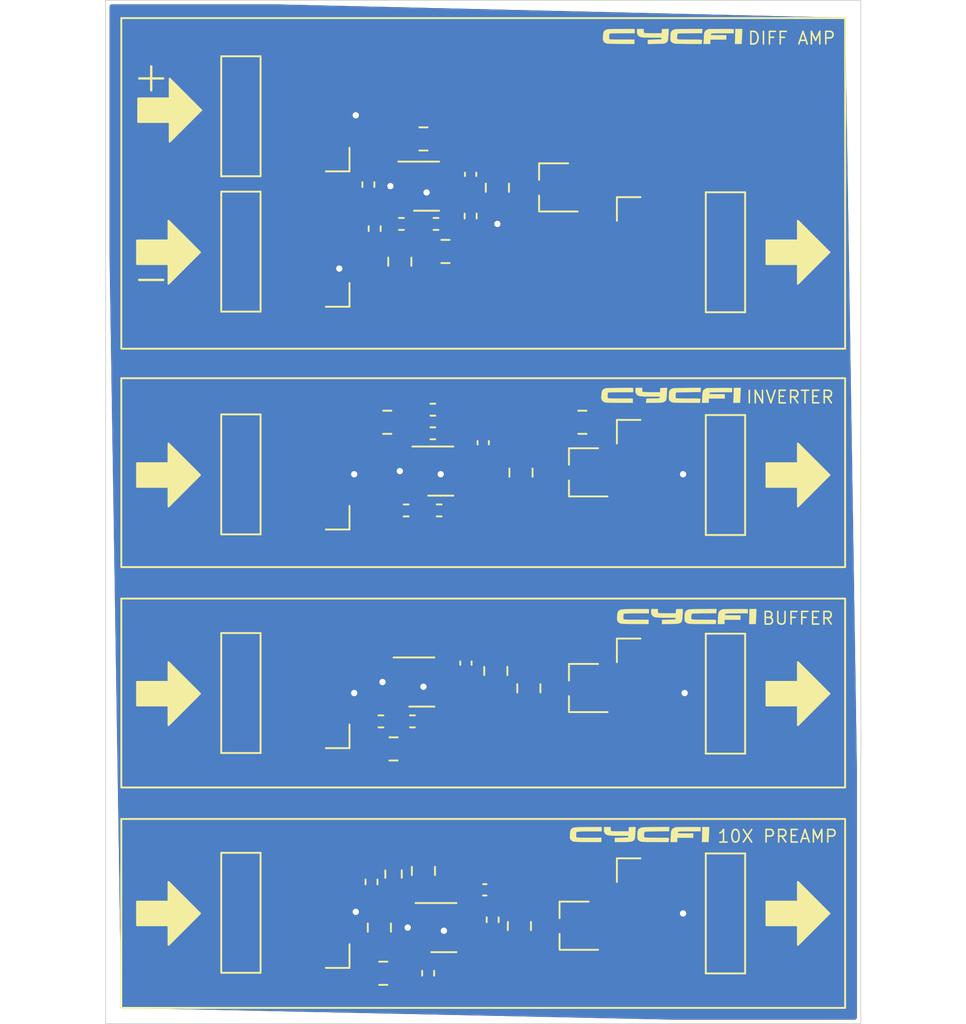
<source format=kicad_pcb>
(kicad_pcb (version 20211014) (generator pcbnew)
  (layers (0 "F.Cu" signal) (31 "B.Cu" signal) (34 "B.Paste" user) (35 "F.Paste" user) (36 "B.SilkS" user "B.Silkscreen") (37 "F.SilkS" user "F.Silkscreen") (38 "B.Mask" user) (39 "F.Mask" user) (44 "Edge.Cuts" user))
  (net 0 "")
  (net 1 "GND")
  (net 2 "Net-(C2-Pad1)")
  (net 3 "vcc2")
  (net 4 "Net-(C2-Pad2)")
  (net 5 "vcc1")
  (net 6 "Net-(C9-Pad1)")
  (net 7 "Net-(C9-Pad2)")
  (net 8 "Net-(C10-Pad2)")
  (net 9 "Net-(C11-Pad1)")
  (net 10 "Net-(C11-Pad2)")
  (net 11 "vcc4")
  (net 12 "Net-(C14-Pad1)")
  (net 13 "Net-(C14-Pad2)")
  (net 14 "Net-(C17-Pad1)")
  (net 15 "Net-(C17-Pad2)")
  (net 16 "Net-(C18-Pad1)")
  (net 17 "Net-(C18-Pad2)")
  (net 18 "v1+")
  (net 19 "v2+")
  (net 20 "v4+")
  (net 21 "v3+")
  (net 22 "Net-(R1-Pad1)")
  (net 23 "Net-(R2-Pad2)")
  (net 24 "vcc3")
  (net 25 "Net-(C3-Pad1)")
  (net 26 "Net-(C3-Pad2)")
  (net 27 "Net-(C4-Pad1)")
  (net 28 "Net-(C4-Pad2)")
  (net 29 "Net-(C10-Pad1)")
  (net 30 "Net-(R13-Pad2)")
  (net 31 "Net-(R14-Pad2)")
  (net 32 "Net-(C8-Pad1)")
  (net 33 "Net-(R8-Pad1)")
  (footprint "cycfi_library:pin_header_1x3p_2.54mm_smd_horizontal" (layer "F.Cu") (at 129.495 106.46)
    (fp_text reference "J6" hide)
    (fp_text value "conn_1x3")
    (pad "1" smd rect (at 0 0) (size 3.2 1.02) (layers "F.Cu" "F.Paste" "F.Mask") (net 7 "Net-(C9-Pad2)"))
    (pad "2" smd rect (at 0 2.54) (size 3.2 1.02) (layers "F.Cu" "F.Paste" "F.Mask") (net 1 "GND"))
    (pad "3" smd rect (at 0 5.08) (size 3.2 1.02) (layers "F.Cu" "F.Paste" "F.Mask") (net 19 "v2+"))
  )
  (footprint "Capacitor_SMD:C_0805_2012Metric" (layer "F.Cu") (at 112.65 112.8)
    (fp_text reference "C2" hide)
    (fp_text value "10uF")
    (pad "1" smd roundrect (at -0.95 0) (size 1 1.45) (layers "F.Cu" "F.Paste" "F.Mask") (net 2 "Net-(C2-Pad1)"))
    (pad "2" smd roundrect (at 0.95 0) (size 1 1.45) (layers "F.Cu" "F.Paste" "F.Mask") (net 4 "Net-(C2-Pad2)"))
  )
  (footprint "cycfi_library:pin_header_1x3p_2.54mm_smd_horizontal" (layer "F.Cu") (at 108.5 97.54 180)
    (fp_text reference "J8" hide)
    (fp_text value "conn_1x3")
    (pad "1" smd rect (at 0 0 180) (size 3.2 1.02) (layers "F.Cu" "F.Paste" "F.Mask") (net 12 "Net-(C14-Pad1)"))
    (pad "2" smd rect (at 0 2.54 180) (size 3.2 1.02) (layers "F.Cu" "F.Paste" "F.Mask") (net 1 "GND"))
    (pad "3" smd rect (at 0 5.08 180) (size 3.2 1.02) (layers "F.Cu" "F.Paste" "F.Mask") (net 21 "v3+"))
  )
  (footprint "Capacitor_SMD:C_0805_2012Metric" (layer "F.Cu") (at 113.7 67.6 90)
    (fp_text reference "C3" hide)
    (fp_text value "10uF")
    (pad "1" smd roundrect (at -0.95 0 90) (size 1 1.45) (layers "F.Cu" "F.Paste" "F.Mask") (net 25 "Net-(C3-Pad1)"))
    (pad "2" smd roundrect (at 0.95 0 90) (size 1 1.45) (layers "F.Cu" "F.Paste" "F.Mask") (net 26 "Net-(C3-Pad2)"))
  )
  (footprint "cycfi_library:cycfi-logo-9mm" (layer "F.Cu") (at 128.9 104)
    (fp_text reference "G***" hide)
    (fp_text value "LOGO" hide)
  )
  (footprint "Capacitor_SMD:C_0805_2012Metric" (layer "F.Cu") (at 121.3 109.8 -90)
    (fp_text reference "C1" hide)
    (fp_text value "10uF")
    (pad "1" smd roundrect (at -0.95 0 270) (size 1 1.45) (layers "F.Cu" "F.Paste" "F.Mask") (net 3 "vcc2"))
    (pad "2" smd roundrect (at 0.95 0 270) (size 1 1.45) (layers "F.Cu" "F.Paste" "F.Mask") (net 1 "GND"))
  )
  (footprint "Resistor_SMD:R_0402_1005Metric" (layer "F.Cu") (at 111.9 107 90)
    (fp_text reference "R9" hide)
    (fp_text value "10k 1%")
    (pad "1" smd roundrect (at -0.51 0 90) (size 0.54 0.64) (layers "F.Cu" "F.Paste" "F.Mask") (net 32 "Net-(C8-Pad1)"))
    (pad "2" smd roundrect (at 0.51 0 90) (size 0.54 0.64) (layers "F.Cu" "F.Paste" "F.Mask") (net 33 "Net-(R8-Pad1)"))
  )
  (footprint "Package_TO_SOT_SMD:TSOT-23" (layer "F.Cu") (at 125.4 81 180)
    (fp_text reference "Q4" hide)
    (fp_text value "LBSS84LT1G")
    (pad "1" smd rect (at -1.31 -0.95 180) (size 1.22 0.65) (layers "F.Cu" "F.Paste" "F.Mask") (net 1 "GND"))
    (pad "2" smd rect (at -1.31 0.95 180) (size 1.22 0.65) (layers "F.Cu" "F.Paste" "F.Mask") (net 11 "vcc4"))
    (pad "3" smd rect (at 1.31 0 180) (size 1.22 0.65) (layers "F.Cu" "F.Paste" "F.Mask") (net 20 "v4+"))
  )
  (footprint "Package_TO_SOT_SMD:TSOT-23" (layer "F.Cu") (at 125.4 94.7 180)
    (fp_text reference "Q3" hide)
    (fp_text value "LBSS84LT1G")
    (pad "1" smd rect (at -1.31 -0.95 180) (size 1.22 0.65) (layers "F.Cu" "F.Paste" "F.Mask") (net 1 "GND"))
    (pad "2" smd rect (at -1.31 0.95 180) (size 1.22 0.65) (layers "F.Cu" "F.Paste" "F.Mask") (net 24 "vcc3"))
    (pad "3" smd rect (at 1.31 0 180) (size 1.22 0.65) (layers "F.Cu" "F.Paste" "F.Mask") (net 21 "v3+"))
  )
  (footprint "Resistor_SMD:R_0402_1005Metric" (layer "F.Cu") (at 113.8 65.2)
    (fp_text reference "R1" hide)
    (fp_text value "10k")
    (pad "1" smd roundrect (at -0.51 0) (size 0.54 0.64) (layers "F.Cu" "F.Paste" "F.Mask") (net 22 "Net-(R1-Pad1)"))
    (pad "2" smd roundrect (at 0.51 0) (size 0.54 0.64) (layers "F.Cu" "F.Paste" "F.Mask") (net 26 "Net-(C3-Pad2)"))
  )
  (footprint "Capacitor_SMD:C_0805_2012Metric" (layer "F.Cu") (at 115.2 59.8)
    (fp_text reference "C10" hide)
    (fp_text value "10uF")
    (pad "1" smd roundrect (at -0.95 0) (size 1 1.45) (layers "F.Cu" "F.Paste" "F.Mask") (net 29 "Net-(C10-Pad1)"))
    (pad "2" smd roundrect (at 0.95 0) (size 1 1.45) (layers "F.Cu" "F.Paste" "F.Mask") (net 8 "Net-(C10-Pad2)"))
  )
  (footprint "cycfi_library:cycfi-logo-9mm" (layer "F.Cu") (at 131.9 90.15)
    (fp_text reference "G***" hide)
    (fp_text value "LOGO" hide)
  )
  (footprint "Capacitor_SMD:C_0805_2012Metric" (layer "F.Cu") (at 125.3 77.8)
    (fp_text reference "C17" hide)
    (fp_text value "10uF")
    (pad "1" smd roundrect (at -0.95 0) (size 1 1.45) (layers "F.Cu" "F.Paste" "F.Mask") (net 14 "Net-(C17-Pad1)"))
    (pad "2" smd roundrect (at 0.95 0) (size 1 1.45) (layers "F.Cu" "F.Paste" "F.Mask") (net 15 "Net-(C17-Pad2)"))
  )
  (footprint "Capacitor_SMD:C_0402_1005Metric" (layer "F.Cu") (at 119.1 107.5)
    (fp_text reference "C6" hide)
    (fp_text value "100nF")
    (pad "1" smd roundrect (at -0.48 0) (size 0.56 0.62) (layers "F.Cu" "F.Paste" "F.Mask") (net 3 "vcc2"))
    (pad "2" smd roundrect (at 0.48 0) (size 0.56 0.62) (layers "F.Cu" "F.Paste" "F.Mask") (net 1 "GND"))
  )
  (footprint "Capacitor_SMD:C_0805_2012Metric" (layer "F.Cu") (at 112.9 77.8)
    (fp_text reference "C11" hide)
    (fp_text value "10uF")
    (pad "1" smd roundrect (at -0.95 0) (size 1 1.45) (layers "F.Cu" "F.Paste" "F.Mask") (net 9 "Net-(C11-Pad1)"))
    (pad "2" smd roundrect (at 0.95 0) (size 1 1.45) (layers "F.Cu" "F.Paste" "F.Mask") (net 10 "Net-(C11-Pad2)"))
  )
  (footprint "Resistor_SMD:R_0402_1005Metric" (layer "F.Cu") (at 119.6 109.4 -90)
    (fp_text reference "R4" hide)
    (fp_text value "10k")
    (pad "1" smd roundrect (at -0.51 0 270) (size 0.54 0.64) (layers "F.Cu" "F.Paste" "F.Mask") (net 3 "vcc2"))
    (pad "2" smd roundrect (at 0.51 0 270) (size 0.54 0.64) (layers "F.Cu" "F.Paste" "F.Mask") (net 4 "Net-(C2-Pad2)"))
  )
  (footprint "Capacitor_SMD:C_0805_2012Metric" (layer "F.Cu") (at 121.9 94.7 -90)
    (fp_text reference "C12" hide)
    (fp_text value "10uF")
    (pad "1" smd roundrect (at -0.95 0 270) (size 1 1.45) (layers "F.Cu" "F.Paste" "F.Mask") (net 24 "vcc3"))
    (pad "2" smd roundrect (at 0.95 0 270) (size 1 1.45) (layers "F.Cu" "F.Paste" "F.Mask") (net 1 "GND"))
  )
  (footprint "Capacitor_SMD:C_0805_2012Metric" (layer "F.Cu") (at 112.4 109.9 -90)
    (fp_text reference "C8" hide)
    (fp_text value "10uF")
    (pad "1" smd roundrect (at -0.95 0 270) (size 1 1.45) (layers "F.Cu" "F.Paste" "F.Mask") (net 32 "Net-(C8-Pad1)"))
    (pad "2" smd roundrect (at 0.95 0 270) (size 1 1.45) (layers "F.Cu" "F.Paste" "F.Mask") (net 1 "GND"))
  )
  (footprint "cycfi_library:pin_header_1x3p_2.54mm_smd_horizontal" (layer "F.Cu") (at 108.5 69.5 180)
    (fp_text reference "J2" hide)
    (fp_text value "conn_1x3")
    (pad "1" smd rect (at 0 0 180) (size 3.2 1.02) (layers "F.Cu" "F.Paste" "F.Mask") (net 27 "Net-(C4-Pad1)"))
    (pad "2" smd rect (at 0 2.54 180) (size 3.2 1.02) (layers "F.Cu" "F.Paste" "F.Mask") (net 1 "GND"))
    (pad "3" smd rect (at 0 5.08 180) (size 3.2 1.02) (layers "F.Cu" "F.Paste" "F.Mask") (net 18 "v1+"))
  )
  (footprint "cycfi_library:pin_header_1x3p_2.54mm_smd_horizontal" (layer "F.Cu") (at 108.5 111.5 180)
    (fp_text reference "J3" hide)
    (fp_text value "conn_1x3")
    (pad "1" smd rect (at 0 0 180) (size 3.2 1.02) (layers "F.Cu" "F.Paste" "F.Mask") (net 2 "Net-(C2-Pad1)"))
    (pad "2" smd rect (at 0 2.54 180) (size 3.2 1.02) (layers "F.Cu" "F.Paste" "F.Mask") (net 1 "GND"))
    (pad "3" smd rect (at 0 5.08 180) (size 3.2 1.02) (layers "F.Cu" "F.Paste" "F.Mask") (net 19 "v2+"))
  )
  (footprint "Package_TO_SOT_SMD:SOT-23-5" (layer "F.Cu") (at 115.1 94.3)
    (fp_text reference "U4" hide)
    (fp_text value "OPA202")
    (pad "1" smd roundrect (at -1.1375 -0.95) (size 1.325 0.6) (layers "F.Cu" "F.Paste" "F.Mask") (net 16 "Net-(C18-Pad1)"))
    (pad "2" smd roundrect (at -1.1375 0) (size 1.325 0.6) (layers "F.Cu" "F.Paste" "F.Mask") (net 1 "GND"))
    (pad "3" smd roundrect (at -1.1375 0.95) (size 1.325 0.6) (layers "F.Cu" "F.Paste" "F.Mask") (net 13 "Net-(C14-Pad2)"))
    (pad "4" smd roundrect (at 1.1375 0.95) (size 1.325 0.6) (layers "F.Cu" "F.Paste" "F.Mask") (net 16 "Net-(C18-Pad1)"))
    (pad "5" smd roundrect (at 1.1375 -0.95) (size 1.325 0.6) (layers "F.Cu" "F.Paste" "F.Mask") (net 24 "vcc3"))
  )
  (footprint "Resistor_SMD:R_0402_1005Metric" (layer "F.Cu") (at 112.1 65.5 -90)
    (fp_text reference "R5" hide)
    (fp_text value "20k")
    (pad "1" smd roundrect (at -0.51 0 270) (size 0.54 0.64) (layers "F.Cu" "F.Paste" "F.Mask") (net 22 "Net-(R1-Pad1)"))
    (pad "2" smd roundrect (at 0.51 0 270) (size 0.54 0.64) (layers "F.Cu" "F.Paste" "F.Mask") (net 1 "GND"))
  )
  (footprint "Package_TO_SOT_SMD:TSOT-23" (layer "F.Cu") (at 123.5 62.9 180)
    (fp_text reference "Q2" hide)
    (fp_text value "LBSS84LT1G")
    (pad "1" smd rect (at -1.31 -0.95 180) (size 1.22 0.65) (layers "F.Cu" "F.Paste" "F.Mask") (net 1 "GND"))
    (pad "2" smd rect (at -1.31 0.95 180) (size 1.22 0.65) (layers "F.Cu" "F.Paste" "F.Mask") (net 5 "vcc1"))
    (pad "3" smd rect (at 1.31 0 180) (size 1.22 0.65) (layers "F.Cu" "F.Paste" "F.Mask") (net 18 "v1+"))
  )
  (footprint "Resistor_SMD:R_0402_1005Metric" (layer "F.Cu") (at 116.2 83.4 180)
    (fp_text reference "R14" hide)
    (fp_text value "10k")
    (pad "1" smd roundrect (at -0.51 0 180) (size 0.54 0.64) (layers "F.Cu" "F.Paste" "F.Mask") (net 11 "vcc4"))
    (pad "2" smd roundrect (at 0.51 0 180) (size 0.54 0.64) (layers "F.Cu" "F.Paste" "F.Mask") (net 31 "Net-(R14-Pad2)"))
  )
  (footprint "Resistor_SMD:R_0402_1005Metric" (layer "F.Cu") (at 114.1 83.4 180)
    (fp_text reference "R16" hide)
    (fp_text value "10k")
    (pad "1" smd roundrect (at -0.51 0 180) (size 0.54 0.64) (layers "F.Cu" "F.Paste" "F.Mask") (net 31 "Net-(R14-Pad2)"))
    (pad "2" smd roundrect (at 0.51 0 180) (size 0.54 0.64) (layers "F.Cu" "F.Paste" "F.Mask") (net 1 "GND"))
  )
  (footprint "Capacitor_SMD:C_0805_2012Metric" (layer "F.Cu") (at 116.6 66.95 180)
    (fp_text reference "C4" hide)
    (fp_text value "10uF")
    (pad "1" smd roundrect (at -0.95 0 180) (size 1 1.45) (layers "F.Cu" "F.Paste" "F.Mask") (net 27 "Net-(C4-Pad1)"))
    (pad "2" smd roundrect (at 0.95 0 180) (size 1 1.45) (layers "F.Cu" "F.Paste" "F.Mask") (net 28 "Net-(C4-Pad2)"))
  )
  (footprint "Resistor_SMD:R_0603_1608Metric" (layer "F.Cu") (at 113.3 106.5 -90)
    (fp_text reference "R8" hide)
    (fp_text value "91k 0.1%")
    (pad "1" smd roundrect (at -0.825 0 270) (size 0.8 0.95) (layers "F.Cu" "F.Paste" "F.Mask") (net 33 "Net-(R8-Pad1)"))
    (pad "2" smd roundrect (at 0.825 0 270) (size 0.8 0.95) (layers "F.Cu" "F.Paste" "F.Mask") (net 6 "Net-(C9-Pad1)"))
  )
  (footprint "Resistor_SMD:R_0402_1005Metric" (layer "F.Cu") (at 115.8 77)
    (fp_text reference "R13" hide)
    (fp_text value "10k")
    (pad "1" smd roundrect (at -0.51 0) (size 0.54 0.64) (layers "F.Cu" "F.Paste" "F.Mask") (net 10 "Net-(C11-Pad2)"))
    (pad "2" smd roundrect (at 0.51 0) (size 0.54 0.64) (layers "F.Cu" "F.Paste" "F.Mask") (net 30 "Net-(R13-Pad2)"))
  )
  (footprint "cycfi_library:pin_header_1x3p_2.54mm_smd_horizontal" (layer "F.Cu") (at 129.495 78.61)
    (fp_text reference "J9" hide)
    (fp_text value "conn_1x3")
    (pad "1" smd rect (at 0 0) (size 3.2 1.02) (layers "F.Cu" "F.Paste" "F.Mask") (net 15 "Net-(C17-Pad2)"))
    (pad "2" smd rect (at 0 2.54) (size 3.2 1.02) (layers "F.Cu" "F.Paste" "F.Mask") (net 1 "GND"))
    (pad "3" smd rect (at 0 5.08) (size 3.2 1.02) (layers "F.Cu" "F.Paste" "F.Mask") (net 20 "v4+"))
  )
  (footprint "Resistor_SMD:R_0402_1005Metric" (layer "F.Cu") (at 114.5 96.8)
    (fp_text reference "R17" hide)
    (fp_text value "10k")
    (pad "1" smd roundrect (at -0.51 0) (size 0.54 0.64) (layers "F.Cu" "F.Paste" "F.Mask") (net 13 "Net-(C14-Pad2)"))
    (pad "2" smd roundrect (at 0.51 0) (size 0.54 0.64) (layers "F.Cu" "F.Paste" "F.Mask") (net 1 "GND"))
  )
  (footprint "Resistor_SMD:R_0402_1005Metric" (layer "F.Cu") (at 115.8 78.5 180)
    (fp_text reference "R18" hide)
    (fp_text value "10k")
    (pad "1" smd roundrect (at -0.51 0 180) (size 0.54 0.64) (layers "F.Cu" "F.Paste" "F.Mask") (net 30 "Net-(R13-Pad2)"))
    (pad "2" smd roundrect (at 0.51 0 180) (size 0.54 0.64) (layers "F.Cu" "F.Paste" "F.Mask") (net 14 "Net-(C17-Pad1)"))
  )
  (footprint "Package_TO_SOT_SMD:SOT-23-5" (layer "F.Cu") (at 116.5 109.9)
    (fp_text reference "U2" hide)
    (fp_text value "OPA202")
    (pad "1" smd roundrect (at -1.1375 -0.95) (size 1.325 0.6) (layers "F.Cu" "F.Paste" "F.Mask") (net 6 "Net-(C9-Pad1)"))
    (pad "2" smd roundrect (at -1.1375 0) (size 1.325 0.6) (layers "F.Cu" "F.Paste" "F.Mask") (net 1 "GND"))
    (pad "3" smd roundrect (at -1.1375 0.95) (size 1.325 0.6) (layers "F.Cu" "F.Paste" "F.Mask") (net 4 "Net-(C2-Pad2)"))
    (pad "4" smd roundrect (at 1.1375 0.95) (size 1.325 0.6) (layers "F.Cu" "F.Paste" "F.Mask") (net 33 "Net-(R8-Pad1)"))
    (pad "5" smd roundrect (at 1.1375 -0.95) (size 1.325 0.6) (layers "F.Cu" "F.Paste" "F.Mask") (net 3 "vcc2"))
  )
  (footprint "cycfi_library:cycfi-logo-9mm" (layer "F.Cu") (at 130.9 76.1)
    (fp_text reference "G***" hide)
    (fp_text value "LOGO" hide)
  )
  (footprint "cycfi_library:pin_header_1x3p_2.54mm_smd_horizontal" (layer "F.Cu") (at 129.495 92.5)
    (fp_text reference "J10" hide)
    (fp_text value "conn_1x3")
    (pad "1" smd rect (at 0 0) (size 3.2 1.02) (layers "F.Cu" "F.Paste" "F.Mask") (net 17 "Net-(C18-Pad2)"))
    (pad "2" smd rect (at 0 2.54) (size 3.2 1.02) (layers "F.Cu" "F.Paste" "F.Mask") (net 1 "GND"))
    (pad "3" smd rect (at 0 5.08) (size 3.2 1.02) (layers "F.Cu" "F.Paste" "F.Mask") (net 21 "v3+"))
  )
  (footprint "Resistor_SMD:R_0402_1005Metric" (layer "F.Cu") (at 118.2 64.7 90)
    (fp_text reference "R7" hide)
    (fp_text value "10k")
    (pad "1" smd roundrect (at -0.51 0 90) (size 0.54 0.64) (layers "F.Cu" "F.Paste" "F.Mask") (net 23 "Net-(R2-Pad2)"))
    (pad "2" smd roundrect (at 0.51 0 90) (size 0.54 0.64) (layers "F.Cu" "F.Paste" "F.Mask") (net 29 "Net-(C10-Pad1)"))
  )
  (footprint "cycfi_library:pin_header_1x3p_2.54mm_smd_horizontal" (layer "F.Cu") (at 108.5 83.65 180)
    (fp_text reference "J7" hide)
    (fp_text value "conn_1x3")
    (pad "1" smd rect (at 0 0 180) (size 3.2 1.02) (layers "F.Cu" "F.Paste" "F.Mask") (net 9 "Net-(C11-Pad1)"))
    (pad "2" smd rect (at 0 2.54 180) (size 3.2 1.02) (layers "F.Cu" "F.Paste" "F.Mask") (net 1 "GND"))
    (pad "3" smd rect (at 0 5.08 180) (size 3.2 1.02) (layers "F.Cu" "F.Paste" "F.Mask") (net 20 "v4+"))
  )
  (footprint "Resistor_SMD:R_0402_1005Metric" (layer "F.Cu") (at 111.7 62.7 -90)
    (fp_text reference "R3" hide)
    (fp_text value "20k")
    (pad "1" smd roundrect (at -0.51 0 270) (size 0.54 0.64) (layers "F.Cu" "F.Paste" "F.Mask") (net 5 "vcc1"))
    (pad "2" smd roundrect (at 0.51 0 270) (size 0.54 0.64) (layers "F.Cu" "F.Paste" "F.Mask") (net 22 "Net-(R1-Pad1)"))
  )
  (footprint "cycfi_library:cycfi-logo-9mm" (layer "F.Cu") (at 131 53.3)
    (fp_text reference "G***" hide)
    (fp_text value "LOGO" hide)
  )
  (footprint "cycfi_library:pin_header_1x3p_2.54mm_smd_horizontal" (layer "F.Cu") (at 108.5 60.9 180)
    (fp_text reference "J1" hide)
    (fp_text value "conn_1x3")
    (pad "1" smd rect (at 0 0 180) (size 3.2 1.02) (layers "F.Cu" "F.Paste" "F.Mask") (net 25 "Net-(C3-Pad1)"))
    (pad "2" smd rect (at 0 2.54 180) (size 3.2 1.02) (layers "F.Cu" "F.Paste" "F.Mask") (net 1 "GND"))
    (pad "3" smd rect (at 0 5.08 180) (size 3.2 1.02) (layers "F.Cu" "F.Paste" "F.Mask") (net 18 "v1+"))
  )
  (footprint "Package_TO_SOT_SMD:SOT-23-5" (layer "F.Cu") (at 116.3 80.9)
    (fp_text reference "U3" hide)
    (fp_text value "OPA202")
    (pad "1" smd roundrect (at -1.1375 -0.95) (size 1.325 0.6) (layers "F.Cu" "F.Paste" "F.Mask") (net 14 "Net-(C17-Pad1)"))
    (pad "2" smd roundrect (at -1.1375 0) (size 1.325 0.6) (layers "F.Cu" "F.Paste" "F.Mask") (net 1 "GND"))
    (pad "3" smd roundrect (at -1.1375 0.95) (size 1.325 0.6) (layers "F.Cu" "F.Paste" "F.Mask") (net 31 "Net-(R14-Pad2)"))
    (pad "4" smd roundrect (at 1.1375 0.95) (size 1.325 0.6) (layers "F.Cu" "F.Paste" "F.Mask") (net 30 "Net-(R13-Pad2)"))
    (pad "5" smd roundrect (at 1.1375 -0.95) (size 1.325 0.6) (layers "F.Cu" "F.Paste" "F.Mask") (net 11 "vcc4"))
  )
  (footprint "Resistor_SMD:R_0402_1005Metric" (layer "F.Cu") (at 112.5 96.8)
    (fp_text reference "R15" hide)
    (fp_text value "10k")
    (pad "1" smd roundrect (at -0.51 0) (size 0.54 0.64) (layers "F.Cu" "F.Paste" "F.Mask") (net 24 "vcc3"))
    (pad "2" smd roundrect (at 0.51 0) (size 0.54 0.64) (layers "F.Cu" "F.Paste" "F.Mask") (net 13 "Net-(C14-Pad2)"))
  )
  (footprint "Capacitor_SMD:C_0402_1005Metric" (layer "F.Cu") (at 117.9 93.1 90)
    (fp_text reference "C15" hide)
    (fp_text value "100nF")
    (pad "1" smd roundrect (at -0.48 0 90) (size 0.56 0.62) (layers "F.Cu" "F.Paste" "F.Mask") (net 24 "vcc3"))
    (pad "2" smd roundrect (at 0.48 0 90) (size 0.56 0.62) (layers "F.Cu" "F.Paste" "F.Mask") (net 1 "GND"))
  )
  (footprint "Capacitor_SMD:C_0402_1005Metric" (layer "F.Cu") (at 118.2 62.05 -90)
    (fp_text reference "C7" hide)
    (fp_text value "100nF")
    (pad "1" smd roundrect (at -0.48 0 270) (size 0.56 0.62) (layers "F.Cu" "F.Paste" "F.Mask") (net 5 "vcc1"))
    (pad "2" smd roundrect (at 0.48 0 270) (size 0.56 0.62) (layers "F.Cu" "F.Paste" "F.Mask") (net 1 "GND"))
  )
  (footprint "Resistor_SMD:R_0402_1005Metric" (layer "F.Cu") (at 116 65.2)
    (fp_text reference "R2" hide)
    (fp_text value "10k")
    (pad "1" smd roundrect (at -0.51 0) (size 0.54 0.64) (layers "F.Cu" "F.Paste" "F.Mask") (net 28 "Net-(C4-Pad2)"))
    (pad "2" smd roundrect (at 0.51 0) (size 0.54 0.64) (layers "F.Cu" "F.Paste" "F.Mask") (net 23 "Net-(R2-Pad2)"))
  )
  (footprint "Capacitor_SMD:C_0805_2012Metric" (layer "F.Cu") (at 115.2 106.3 90)
    (fp_text reference "C9" hide)
    (fp_text value "10uF")
    (pad "1" smd roundrect (at -0.95 0 90) (size 1 1.45) (layers "F.Cu" "F.Paste" "F.Mask") (net 6 "Net-(C9-Pad1)"))
    (pad "2" smd roundrect (at 0.95 0 90) (size 1 1.45) (layers "F.Cu" "F.Paste" "F.Mask") (net 7 "Net-(C9-Pad2)"))
  )
  (footprint "Capacitor_SMD:C_0805_2012Metric" (layer "F.Cu") (at 119.9 62.9 -90)
    (fp_text reference "C5" hide)
    (fp_text value "10uF")
    (pad "1" smd roundrect (at -0.95 0 270) (size 1 1.45) (layers "F.Cu" "F.Paste" "F.Mask") (net 5 "vcc1"))
    (pad "2" smd roundrect (at 0.95 0 270) (size 1 1.45) (layers "F.Cu" "F.Paste" "F.Mask") (net 1 "GND"))
  )
  (footprint "Package_TO_SOT_SMD:SOT-23-5" (layer "F.Cu") (at 115.4 62.8)
    (fp_text reference "U1" hide)
    (fp_text value "OPA202")
    (pad "1" smd roundrect (at -1.1375 -0.95) (size 1.325 0.6) (layers "F.Cu" "F.Paste" "F.Mask") (net 29 "Net-(C10-Pad1)"))
    (pad "2" smd roundrect (at -1.1375 0) (size 1.325 0.6) (layers "F.Cu" "F.Paste" "F.Mask") (net 1 "GND"))
    (pad "3" smd roundrect (at -1.1375 0.95) (size 1.325 0.6) (layers "F.Cu" "F.Paste" "F.Mask") (net 22 "Net-(R1-Pad1)"))
    (pad "4" smd roundrect (at 1.1375 0.95) (size 1.325 0.6) (layers "F.Cu" "F.Paste" "F.Mask") (net 23 "Net-(R2-Pad2)"))
    (pad "5" smd roundrect (at 1.1375 -0.95) (size 1.325 0.6) (layers "F.Cu" "F.Paste" "F.Mask") (net 5 "vcc1"))
  )
  (footprint "Capacitor_SMD:C_0805_2012Metric" (layer "F.Cu") (at 121.4 81 -90)
    (fp_text reference "C13" hide)
    (fp_text value "10uF")
    (pad "1" smd roundrect (at -0.95 0 270) (size 1 1.45) (layers "F.Cu" "F.Paste" "F.Mask") (net 11 "vcc4"))
    (pad "2" smd roundrect (at 0.95 0 270) (size 1 1.45) (layers "F.Cu" "F.Paste" "F.Mask") (net 1 "GND"))
  )
  (footprint "Capacitor_SMD:C_0402_1005Metric" (layer "F.Cu") (at 119 79.1 90)
    (fp_text reference "C16" hide)
    (fp_text value "100nF")
    (pad "1" smd roundrect (at -0.48 0 90) (size 0.56 0.62) (layers "F.Cu" "F.Paste" "F.Mask") (net 11 "vcc4"))
    (pad "2" smd roundrect (at 0.48 0 90) (size 0.56 0.62) (layers "F.Cu" "F.Paste" "F.Mask") (net 1 "GND"))
  )
  (footprint "Capacitor_SMD:C_0805_2012Metric" (layer "F.Cu") (at 119.8 93.6 90)
    (fp_text reference "C18" hide)
    (fp_text value "10uF")
    (pad "1" smd roundrect (at -0.95 0 90) (size 1 1.45) (layers "F.Cu" "F.Paste" "F.Mask") (net 16 "Net-(C18-Pad1)"))
    (pad "2" smd roundrect (at 0.95 0 90) (size 1 1.45) (layers "F.Cu" "F.Paste" "F.Mask") (net 17 "Net-(C18-Pad2)"))
  )
  (footprint "cycfi_library:pin_header_1x3p_2.54mm_smd_horizontal" (layer "F.Cu") (at 129.495 64.46)
    (fp_text reference "J5" hide)
    (fp_text value "conn_1x3")
    (pad "1" smd rect (at 0 0) (size 3.2 1.02) (layers "F.Cu" "F.Paste" "F.Mask") (net 8 "Net-(C10-Pad2)"))
    (pad "2" smd rect (at 0 2.54) (size 3.2 1.02) (layers "F.Cu" "F.Paste" "F.Mask") (net 1 "GND"))
    (pad "3" smd rect (at 0 5.08) (size 3.2 1.02) (layers "F.Cu" "F.Paste" "F.Mask") (net 18 "v1+"))
  )
  (footprint "Resistor_SMD:R_0402_1005Metric" (layer "F.Cu") (at 115.5 112.8 -90)
    (fp_text reference "R6" hide)
    (fp_text value "10k")
    (pad "1" smd roundrect (at -0.51 0 270) (size 0.54 0.64) (layers "F.Cu" "F.Paste" "F.Mask") (net 4 "Net-(C2-Pad2)"))
    (pad "2" smd roundrect (at 0.51 0 270) (size 0.54 0.64) (layers "F.Cu" "F.Paste" "F.Mask") (net 1 "GND"))
  )
  (footprint "Package_TO_SOT_SMD:TSOT-23" (layer "F.Cu") (at 124.8 109.8 180)
    (fp_text reference "Q1" hide)
    (fp_text value "LBSS84LT1G")
    (pad "1" smd rect (at -1.31 -0.95 180) (size 1.22 0.65) (layers "F.Cu" "F.Paste" "F.Mask") (net 1 "GND"))
    (pad "2" smd rect (at -1.31 0.95 180) (size 1.22 0.65) (layers "F.Cu" "F.Paste" "F.Mask") (net 3 "vcc2"))
    (pad "3" smd rect (at 1.31 0 180) (size 1.22 0.65) (layers "F.Cu" "F.Paste" "F.Mask") (net 19 "v2+"))
  )
  (footprint "Capacitor_SMD:C_0805_2012Metric" (layer "F.Cu") (at 113.3 98.55)
    (fp_text reference "C14" hide)
    (fp_text value "10uF")
    (pad "1" smd roundrect (at -0.95 0) (size 1 1.45) (layers "F.Cu" "F.Paste" "F.Mask") (net 12 "Net-(C14-Pad1)"))
    (pad "2" smd roundrect (at 0.95 0) (size 1 1.45) (layers "F.Cu" "F.Paste" "F.Mask") (net 13 "Net-(C14-Pad2)"))
  )
  (gr_rect (start 96 89) (end 142 101) (layer "F.SilkS") (width 0.12) (fill none))
  (gr_poly (pts (xy 101 109) (xy 99 107) (xy 99 108.25) (xy 97 108.25) (xy 97 109.75) (xy 99 109.75) (xy 99 111)) (layer "F.SilkS") (width 0.12) (fill solid))
  (gr_poly (pts (xy 141 67) (xy 139 65) (xy 139 66.25) (xy 137 66.25) (xy 137 67.75) (xy 139 67.75) (xy 139 69)) (layer "F.SilkS") (width 0.12) (fill solid))
  (gr_rect (start 96 75) (end 142 87) (layer "F.SilkS") (width 0.12) (fill none))
  (gr_poly (pts (xy 141 109) (xy 139 107) (xy 139 108.25) (xy 137 108.25) (xy 137 109.75) (xy 139 109.75) (xy 139 111)) (layer "F.SilkS") (width 0.12) (fill solid))
  (gr_rect (start 96 103) (end 142 115) (layer "F.SilkS") (width 0.12) (fill none))
  (gr_poly (pts (xy 141 81.15) (xy 139 79.15) (xy 139 80.4) (xy 137 80.4) (xy 137 81.9) (xy 139 81.9) (xy 139 83.15)) (layer "F.SilkS") (width 0.12) (fill solid))
  (gr_poly (pts (xy 101.075 57.975) (xy 99.075 55.975) (xy 99.075 57.225) (xy 97.075 57.225) (xy 97.075 58.725) (xy 99.075 58.725) (xy 99.075 59.975)) (layer "F.SilkS") (width 0.12) (fill solid))
  (gr_poly (pts (xy 101 81.15) (xy 99 79.15) (xy 99 80.4) (xy 97 80.4) (xy 97 81.9) (xy 99 81.9) (xy 99 83.15)) (layer "F.SilkS") (width 0.12) (fill solid))
  (gr_poly (pts (xy 101 95.04) (xy 99 93.04) (xy 99 94.29) (xy 97 94.29) (xy 97 95.79) (xy 99 95.79) (xy 99 97.04)) (layer "F.SilkS") (width 0.12) (fill solid))
  (gr_poly (pts (xy 141 95.04) (xy 139 93.04) (xy 139 94.29) (xy 137 94.29) (xy 137 95.79) (xy 139 95.79) (xy 139 97.04)) (layer "F.SilkS") (width 0.12) (fill solid))
  (gr_poly (pts (xy 101 67) (xy 99 65) (xy 99 66.25) (xy 97 66.25) (xy 97 67.75) (xy 99 67.75) (xy 99 69)) (layer "F.SilkS") (width 0.12) (fill solid))
  (gr_rect (start 96 52.125) (end 142 73.125) (layer "F.SilkS") (width 0.12) (fill none))
  (gr_rect (start 95 51) (end 143 116) (layer "Edge.Cuts") (width 0.05) (fill none))
  (gr_text "10X PREAMP" (at 137.7 104.1) (layer "F.SilkS") (effects (font (size 0.8 0.8) (thickness 0.1))))
  (gr_text "+" (at 97.9 55.8) (layer "F.SilkS") (effects (font (size 2 2))))
  (gr_text "DIFF AMP" (at 138.6 53.4) (layer "F.SilkS") (effects (font (size 0.8 0.8) (thickness 0.1))))
  (gr_text "-" (at 97.9 68.6) (layer "F.SilkS") (effects (font (size 2 2))))
  (gr_text "BUFFER" (at 139 90.25) (layer "F.SilkS") (effects (font (size 0.8 0.8) (thickness 0.1))))
  (gr_text "INVERTER" (at 138.5 76.2) (layer "F.SilkS") (effects (font (size 0.8 0.8) (thickness 0.1))))
  (segment (start 129.495 81.15) (end 131.65 81.15) (width 0.5) (layer "F.Cu") (net 1))
  (segment (start 108.5 58.36) (end 110.84 58.36) (width 0.5) (layer "F.Cu") (net 1))
  (segment (start 114.9 94.3) (end 113.9625 94.3) (width 0.5) (layer "F.Cu") (net 1))
  (segment (start 115.2 94.6) (end 114.9 94.3) (width 0.5) (layer "F.Cu") (net 1))
  (segment (start 118.58 62.53) (end 119.9 63.85) (width 0.5) (layer "F.Cu") (net 1))
  (segment (start 115.3625 109.9) (end 116.29936 109.9) (width 0.5) (layer "F.Cu") (net 1))
  (segment (start 110.84 108.96) (end 110.9 108.9) (width 0.5) (layer "F.Cu") (net 1))
  (segment (start 115.1625 80.9) (end 113.7 80.9) (width 0.5) (layer "F.Cu") (net 1))
  (segment (start 118.2 62.53) (end 118.58 62.53) (width 0.5) (layer "F.Cu") (net 1))
  (segment (start 108.5 66.96) (end 108.776953 66.96) (width 0.5) (layer "F.Cu") (net 1))
  (segment (start 114.2625 62.8) (end 115 62.8) (width 0.3) (layer "F.Cu") (net 1))
  (segment (start 129.495 95.04) (end 131.76 95.04) (width 0.5) (layer "F.Cu") (net 1))
  (segment (start 115 62.8) (end 115.4 63.2) (width 0.3) (layer "F.Cu") (net 1))
  (segment (start 131.76 95.04) (end 131.8 95) (width 0.5) (layer "F.Cu") (net 1))
  (segment (start 110.79 81.11) (end 110.8 81.1) (width 0.5) (layer "F.Cu") (net 1))
  (segment (start 108.5 108.96) (end 110.84 108.96) (width 0.5) (layer "F.Cu") (net 1))
  (segment (start 114.2625 62.8) (end 113.1 62.8) (width 0.3) (layer "F.Cu") (net 1))
  (segment (start 108.5 81.11) (end 110.79 81.11) (width 0.5) (layer "F.Cu") (net 1))
  (segment (start 113.9625 94.3) (end 112.6 94.3) (width 0.5) (layer "F.Cu") (net 1))
  (segment (start 128.695 81.95) (end 129.495 81.15) (width 0.5) (layer "F.Cu") (net 1))
  (segment (start 116.29936 109.9) (end 116.49968 110.10032) (width 0.5) (layer "F.Cu") (net 1))
  (segment (start 126.71 81.95) (end 128.695 81.95) (width 0.5) (layer "F.Cu") (net 1))
  (segment (start 108.5 95) (end 110.8 95) (width 0.5) (layer "F.Cu") (net 1))
  (segment (start 115.3625 109.9) (end 114.2 109.9) (width 0.5) (layer "F.Cu") (net 1))
  (segment (start 119.9 63.85) (end 119.9 65.2) (width 0.5) (layer "F.Cu") (net 1))
  (segment (start 115.1625 80.9) (end 116.1 80.9) (width 0.5) (layer "F.Cu") (net 1))
  (segment (start 128.885 95.65) (end 129.495 95.04) (width 0.5) (layer "F.Cu") (net 1))
  (segment (start 116.1 80.9) (end 116.3 81.1) (width 0.5) (layer "F.Cu") (net 1))
  (segment (start 108.776953 66.96) (end 109.853202 68.036249) (width 0.5) (layer "F.Cu") (net 1))
  (segment (start 110.84 58.36) (end 110.9 58.3) (width 0.5) (layer "F.Cu") (net 1))
  (segment (start 129.495 109) (end 131.7 109) (width 0.5) (layer "F.Cu") (net 1))
  (segment (start 126.71 95.65) (end 128.885 95.65) (width 0.5) (layer "F.Cu") (net 1))
  (segment (start 131.65 81.15) (end 131.7 81.1) (width 0.5) (layer "F.Cu") (net 1))
  (via (at 110.9 108.9) (size 0.8) (drill 0.4) (layers "F.Cu" "B.Cu") (net 1))
  (via (at 131.7 109) (size 0.8) (drill 0.4) (layers "F.Cu" "B.Cu") (net 1))
  (via (at 116.3 81.1) (size 0.8) (drill 0.4) (layers "F.Cu" "B.Cu") (net 1))
  (via (at 113.1 62.8) (size 0.8) (drill 0.4) (layers "F.Cu" "B.Cu") (net 1))
  (via (at 131.8 95) (size 0.8) (drill 0.4) (layers "F.Cu" "B.Cu") (net 1))
  (via (at 119.9 65.2) (size 0.8) (drill 0.4) (layers "F.Cu" "B.Cu") (net 1))
  (via (at 109.853202 68.036249) (size 0.8) (drill 0.4) (layers "F.Cu" "B.Cu") (net 1))
  (via (at 113.7 80.9) (size 0.8) (drill 0.4) (layers "F.Cu" "B.Cu") (net 1))
  (via (at 110.8 81.1) (size 0.8) (drill 0.4) (layers "F.Cu" "B.Cu") (net 1))
  (via (at 110.9 58.3) (size 0.8) (drill 0.4) (layers "F.Cu" "B.Cu") (net 1))
  (via (at 115.4 63.2) (size 0.8) (drill 0.4) (layers "F.Cu" "B.Cu") (net 1))
  (via (at 131.7 81.1) (size 0.8) (drill 0.4) (layers "F.Cu" "B.Cu") (net 1))
  (via (at 115.2 94.6) (size 0.8) (drill 0.4) (layers "F.Cu" "B.Cu") (net 1))
  (via (at 114.2 109.9) (size 0.8) (drill 0.4) (layers "F.Cu" "B.Cu") (net 1))
  (via (at 110.8 95) (size 0.8) (drill 0.4) (layers "F.Cu" "B.Cu") (net 1))
  (via (at 116.49968 110.10032) (size 0.8) (drill 0.4) (layers "F.Cu" "B.Cu") (net 1))
  (via (at 112.6 94.3) (size 0.8) (drill 0.4) (layers "F.Cu" "B.Cu") (net 1))
  (segment (start 110.4 111.5) (end 108.5 111.5) (width 0.3) (layer "F.Cu") (net 2))
  (segment (start 111.7 112.8) (end 110.4 111.5) (width 0.3) (layer "F.Cu") (net 2))
  (segment (start 117.6375 108.95) (end 117.6375 108.4825) (width 0.5) (layer "F.Cu") (net 3))
  (segment (start 119.64 108.85) (end 119.6 108.89) (width 0.5) (layer "F.Cu") (net 3))
  (segment (start 121.3 108.85) (end 119.64 108.85) (width 0.5) (layer "F.Cu") (net 3))
  (segment (start 119.54 108.95) (end 119.6 108.89) (width 0.5) (layer "F.Cu") (net 3))
  (segment (start 126.11 108.85) (end 122.65 108.85) (width 0.5) (layer "F.Cu") (net 3))
  (segment (start 122.65 108.85) (end 121.3 108.85) (width 0.5) (layer "F.Cu") (net 3))
  (segment (start 117.6375 108.4825) (end 118.62 107.5) (width 0.5) (layer "F.Cu") (net 3))
  (segment (start 117.6375 108.95) (end 119.54 108.95) (width 0.5) (layer "F.Cu") (net 3))
  (segment (start 115.5 112.29) (end 114.11 112.29) (width 0.3) (layer "F.Cu") (net 4))
  (segment (start 115.5 112.29) (end 115.5 110.9875) (width 0.3) (layer "F.Cu") (net 4))
  (segment (start 115.3625 110.85) (end 116.1125 111.6) (width 0.3) (layer "F.Cu") (net 4))
  (segment (start 118.186396 111.6) (end 119.6 110.186396) (width 0.3) (layer "F.Cu") (net 4))
  (segment (start 114.11 112.29) (end 113.6 112.8) (width 0.3) (layer "F.Cu") (net 4))
  (segment (start 119.6 110.186396) (end 119.6 109.91) (width 0.3) (layer "F.Cu") (net 4))
  (segment (start 116.1125 111.6) (end 118.186396 111.6) (width 0.3) (layer "F.Cu") (net 4))
  (segment (start 115.5 110.9875) (end 115.3625 110.85) (width 0.3) (layer "F.Cu") (net 4))
  (segment (start 124.81 61.95) (end 119.9 61.95) (width 0.5) (layer "F.Cu") (net 5))
  (segment (start 115.35 59.15) (end 115.35 60.6625) (width 0.3) (layer "F.Cu") (net 5))
  (segment (start 119.9 61.95) (end 119.52 61.57) (width 0.5) (layer "F.Cu") (net 5))
  (segment (start 111.7 60.847183) (end 113.772183 58.775) (width 0.3) (layer "F.Cu") (net 5))
  (segment (start 114.975 58.775) (end 115.35 59.15) (width 0.3) (layer "F.Cu") (net 5))
  (segment (start 115.35 60.6625) (end 116.5375 61.85) (width 0.3) (layer "F.Cu") (net 5))
  (segment (start 118.2 61.57) (end 116.8175 61.57) (width 0.5) (layer "F.Cu") (net 5))
  (segment (start 111.7 62.19) (end 111.7 60.847183) (width 0.3) (layer "F.Cu") (net 5))
  (segment (start 119.52 61.57) (end 118.2 61.57) (width 0.5) (layer "F.Cu") (net 5))
  (segment (start 113.772183 58.775) (end 114.975 58.775) (width 0.3) (layer "F.Cu") (net 5))
  (segment (start 116.8175 61.57) (end 116.5375 61.85) (width 0.5) (layer "F.Cu") (net 5))
  (segment (start 115.2 107.25) (end 113.375 107.25) (width 0.3) (layer "F.Cu") (net 6))
  (segment (start 115.3625 108.95) (end 115.3625 107.4125) (width 0.3) (layer "F.Cu") (net 6))
  (segment (start 115.3625 107.4125) (end 115.2 107.25) (width 0.3) (layer "F.Cu") (net 6))
  (segment (start 113.375 107.25) (end 113.3 107.325) (width 0.3) (layer "F.Cu") (net 6))
  (segment (start 115.2 105.35) (end 128.385 105.35) (width 0.3) (layer "F.Cu") (net 7))
  (segment (start 128.385 105.35) (end 129.495 106.46) (width 0.3) (layer "F.Cu") (net 7))
  (segment (start 125.85 59.75) (end 129.495 63.395) (width 0.3) (layer "F.Cu") (net 8))
  (segment (start 116.15 59.8) (end 116.2 59.75) (width 0.3) (layer "F.Cu") (net 8))
  (segment (start 129.495 63.395) (end 129.495 64.46) (width 0.3) (layer "F.Cu") (net 8))
  (segment (start 116.2 59.75) (end 125.85 59.75) (width 0.3) (layer "F.Cu") (net 8))
  (segment (start 111.95 77.8) (end 111.95 81.29) (width 0.3) (layer "F.Cu") (net 9))
  (segment (start 111.95 81.29) (end 109.59 83.65) (width 0.3) (layer "F.Cu") (net 9))
  (segment (start 109.59 83.65) (end 108.5 83.65) (width 0.3) (layer "F.Cu") (net 9))
  (segment (start 115.29 77) (end 114.65 77) (width 0.3) (layer "F.Cu") (net 10))
  (segment (start 114.65 77) (end 113.85 77.8) (width 0.3) (layer "F.Cu") (net 10))
  (segment (start 126.71 80.05) (end 121.4 80.05) (width 0.5) (layer "F.Cu") (net 11))
  (segment (start 119.47 80.05) (end 119 79.58) (width 0.5) (layer "F.Cu") (net 11))
  (segment (start 118.05 83.4) (end 121.4 80.05) (width 0.3) (layer "F.Cu") (net 11))
  (segment (start 121.4 80.05) (end 119.47 80.05) (width 0.5) (layer "F.Cu") (net 11))
  (segment (start 116.71 83.4) (end 118.05 83.4) (width 0.3) (layer "F.Cu") (net 11))
  (segment (start 119 79.58) (end 117.8075 79.58) (width 0.5) (layer "F.Cu") (net 11))
  (segment (start 117.8075 79.58) (end 117.4375 79.95) (width 0.5) (layer "F.Cu") (net 11))
  (segment (start 112.35 98.55) (end 111.34 97.54) (width 0.3) (layer "F.Cu") (net 12))
  (segment (start 111.34 97.54) (end 108.5 97.54) (width 0.3) (layer "F.Cu") (net 12))
  (segment (start 113.99 96.8) (end 113.99 95.2775) (width 0.3) (layer "F.Cu") (net 13))
  (segment (start 113.99 96.8) (end 113.99 98.29) (width 0.3) (layer "F.Cu") (net 13))
  (segment (start 113.01 96.8) (end 113.99 96.8) (width 0.3) (layer "F.Cu") (net 13))
  (segment (start 113.99 95.2775) (end 113.9625 95.25) (width 0.3) (layer "F.Cu") (net 13))
  (segment (start 113.99 98.29) (end 114.25 98.55) (width 0.3) (layer "F.Cu") (net 13))
  (segment (start 113.95 79.95) (end 113.05 79.05) (width 0.3) (layer "F.Cu") (net 14))
  (segment (start 115.3 78.51) (end 115.29 78.5) (width 0.3) (layer "F.Cu") (net 14))
  (segment (start 113.05 77.097183) (end 113.767183 76.38) (width 0.3) (layer "F.Cu") (net 14))
  (segment (start 113.05 79.05) (end 113.05 77.097183) (width 0.3) (layer "F.Cu") (net 14))
  (segment (start 113.767183 76.38) (end 122.93 76.38) (width 0.3) (layer "F.Cu") (net 14))
  (segment (start 115.1625 79.95) (end 113.95 79.95) (width 0.3) (layer "F.Cu") (net 14))
  (segment (start 122.93 76.38) (end 124.35 77.8) (width 0.3) (layer "F.Cu") (net 14))
  (segment (start 115.1625 79.95) (end 115.3 79.8125) (width 0.3) (layer "F.Cu") (net 14))
  (segment (start 115.3 79.8125) (end 115.3 78.51) (width 0.3) (layer "F.Cu") (net 14))
  (segment (start 127.06 78.61) (end 129.495 78.61) (width 0.3) (layer "F.Cu") (net 15))
  (segment (start 126.25 77.8) (end 127.06 78.61) (width 0.3) (layer "F.Cu") (net 15))
  (segment (start 115.275 93.686396) (end 115.538604 93.95) (width 0.3) (layer "F.Cu") (net 16))
  (segment (start 114.95 93.35) (end 115.275 93.675) (width 0.3) (layer "F.Cu") (net 16))
  (segment (start 113.9625 93.35) (end 114.95 93.35) (width 0.3) (layer "F.Cu") (net 16))
  (segment (start 115.55 93.95) (end 116.2375 94.6375) (width 0.3) (layer "F.Cu") (net 16))
  (segment (start 116.2375 94.6375) (end 116.2375 95.25) (width 0.3) (layer "F.Cu") (net 16))
  (segment (start 115.275 93.675) (end 115.275 93.686396) (width 0.3) (layer "F.Cu") (net 16))
  (segment (start 115.538604 93.95) (end 115.55 93.95) (width 0.3) (layer "F.Cu") (net 16))
  (segment (start 119.1 95.25) (end 119.8 94.55) (width 0.3) (layer "F.Cu") (net 16))
  (segment (start 116.2375 95.25) (end 119.1 95.25) (width 0.3) (layer "F.Cu") (net 16))
  (segment (start 119.8 92.65) (end 119.95 92.5) (width 0.3) (layer "F.Cu") (net 17))
  (segment (start 119.95 92.5) (end 129.495 92.5) (width 0.3) (layer "F.Cu") (net 17))
  (segment (start 132.06 69.54) (end 129.495 69.54) (width 0.5) (layer "F.Cu") (net 18))
  (segment (start 108.5 55.82) (end 105.68 55.82) (width 0.5) (layer "F.Cu") (net 18))
  (segment (start 122.19 64.8) (end 122.19 62.9) (width 0.5) (layer "F.Cu") (net 18))
  (segment (start 135.3 66.3) (end 132.06 69.54) (width 0.5) (layer "F.Cu") (net 18))
  (segment (start 129.72 55.82) (end 135.3 61.4) (width 0.5) (layer "F.Cu") (net 18))
  (segment (start 103.7 62.44) (end 105.68 64.42) (width 0.5) (layer "F.Cu") (net 18))
  (segment (start 126.93 69.54) (end 122.19 64.8) (width 0.5) (layer "F.Cu") (net 18))
  (segment (start 129.495 69.54) (end 126.93 69.54) (width 0.5) (layer "F.Cu") (net 18))
  (segment (start 105.68 55.82) (end 103.7 57.8) (width 0.5) (layer "F.Cu") (net 18))
  (segment (start 108.5 55.82) (end 129.72 55.82) (width 0.5) (layer "F.Cu") (net 18))
  (segment (start 135.3 61.4) (end 135.3 66.3) (width 0.5) (layer "F.Cu") (net 18))
  (segment (start 103.7 57.8) (end 103.7 62.44) (width 0.5) (layer "F.Cu") (net 18))
  (segment (start 108.5 64.42) (end 105.68 64.42) (width 0.5) (layer "F.Cu") (net 18))
  (segment (start 133.1 110.6) (end 132.16 111.54) (width 0.5) (layer "F.Cu") (net 19))
  (segment (start 108.5 106.42) (end 111.094501 103.825499) (width 0.5) (layer "F.Cu") (net 19))
  (segment (start 111.094501 103.825499) (end 130.025499 103.825499) (width 0.5) (layer "F.Cu") (net 19))
  (segment (start 130.025499 103.825499) (end 133.1 106.9) (width 0.5) (layer "F.Cu") (net 19))
  (segment (start 133.1 106.9) (end 133.1 110.6) (width 0.5) (layer "F.Cu") (net 19))
  (segment (start 123.49 109.8) (end 125.23 111.54) (width 0.5) (layer "F.Cu") (net 19))
  (segment (start 132.16 111.54) (end 129.495 111.54) (width 0.5) (layer "F.Cu") (net 19))
  (segment (start 125.23 111.54) (end 129.495 111.54) (width 0.5) (layer "F.Cu") (net 19))
  (segment (start 106.9 85.9) (end 127.285 85.9) (width 0.5) (layer "F.Cu") (net 20))
  (segment (start 108.5 78.57) (end 106.93 78.57) (width 0.5) (layer "F.Cu") (net 20))
  (segment (start 105.4 84.4) (end 106.9 85.9) (width 0.5) (layer "F.Cu") (net 20))
  (segment (start 126.78 83.69) (end 129.495 83.69) (width 0.5) (layer "F.Cu") (net 20))
  (segment (start 127.285 85.9) (end 129.495 83.69) (width 0.5) (layer "F.Cu") (net 20))
  (segment (start 106.93 78.57) (end 105.4 80.1) (width 0.5) (layer "F.Cu") (net 20))
  (segment (start 124.09 81) (end 126.78 83.69) (width 0.5) (layer "F.Cu") (net 20))
  (segment (start 105.4 80.1) (end 105.4 84.4) (width 0.5) (layer "F.Cu") (net 20))
  (segment (start 129.495 97.58) (end 126.97 97.58) (width 0.5) (layer "F.Cu") (net 21))
  (segment (start 110.86 90.1) (end 132.4 90.1) (width 0.5) (layer "F.Cu") (net 21))
  (segment (start 126.97 97.58) (end 124.09 94.7) (width 0.5) (layer "F.Cu") (net 21))
  (segment (start 133.02 97.58) (end 129.495 97.58) (width 0.5) (layer "F.Cu") (net 21))
  (segment (start 134.4 92.1) (end 134.4 96.2) (width 0.5) (layer "F.Cu") (net 21))
  (segment (start 134.4 96.2) (end 133.02 97.58) (width 0.5) (layer "F.Cu") (net 21))
  (segment (start 108.5 92.46) (end 110.86 90.1) (width 0.5) (layer "F.Cu") (net 21))
  (segment (start 132.4 90.1) (end 134.4 92.1) (width 0.5) (layer "F.Cu") (net 21))
  (segment (start 112.1 63.61) (end 112.1 64.99) (width 0.3) (layer "F.Cu") (net 22))
  (segment (start 112.25 63.76) (end 111.7 63.21) (width 0.3) (layer "F.Cu") (net 22))
  (segment (start 111.7 63.21) (end 112.1 63.61) (width 0.3) (layer "F.Cu") (net 22))
  (segment (start 113.29 64.7225) (end 114.2625 63.75) (width 0.3) (layer "F.Cu") (net 22))
  (segment (start 114.2525 63.76) (end 112.25 63.76) (width 0.3) (layer "F.Cu") (net 22))
  (segment (start 113.29 65.2) (end 113.29 64.7225) (width 0.3) (layer "F.Cu") (net 22))
  (segment (start 114.2625 63.75) (end 114.2525 63.76) (width 0.3) (layer "F.Cu") (net 22))
  (segment (start 116.52 65.21) (end 116.51 65.2) (width 0.3) (layer "F.Cu") (net 23))
  (segment (start 116.51 65.2) (end 116.51 63.7775) (width 0.3) (layer "F.Cu") (net 23))
  (segment (start 116.51 63.7775) (end 116.5375 63.75) (width 0.3) (layer "F.Cu") (net 23))
  (segment (start 118.2 65.21) (end 116.52 65.21) (width 0.3) (layer "F.Cu") (net 23))
  (segment (start 111.7 96.51) (end 111.7 94.05) (width 0.3) (layer "F.Cu") (net 24))
  (segment (start 126.71 93.75) (end 126.18 93.22) (width 0.5) (layer "F.Cu") (net 24))
  (segment (start 115.6375 92.75) (end 116.2375 93.35) (width 0.3) (layer "F.Cu") (net 24))
  (segment (start 116.4375 93.55) (end 116.2375 93.35) (width 0.5) (layer "F.Cu") (net 24))
  (segment (start 113 92.75) (end 115.6375 92.75) (width 0.3) (layer "F.Cu") (net 24))
  (segment (start 111.99 96.8) (end 111.7 96.51) (width 0.3) (layer "F.Cu") (net 24))
  (segment (start 122.43 93.22) (end 121.9 93.75) (width 0.5) (layer "F.Cu") (net 24))
  (segment (start 126.18 93.22) (end 122.43 93.22) (width 0.5) (layer "F.Cu") (net 24))
  (segment (start 121.7 93.55) (end 116.4375 93.55) (width 0.5) (layer "F.Cu") (net 24))
  (segment (start 111.7 94.05) (end 113 92.75) (width 0.3) (layer "F.Cu") (net 24))
  (segment (start 121.9 93.75) (end 121.7 93.55) (width 0.5) (layer "F.Cu") (net 24))
  (segment (start 110.4 62.8) (end 108.5 60.9) (width 0.3) (layer "F.Cu") (net 25))
  (segment (start 113.7 68.55) (end 111.35 68.55) (width 0.3) (layer "F.Cu") (net 25))
  (segment (start 110.4 67.6) (end 110.4 62.8) (width 0.3) (layer "F.Cu") (net 25))
  (segment (start 111.35 68.55) (end 110.4 67.6) (width 0.3) (layer "F.Cu") (net 25))
  (segment (start 114.31 65.2) (end 113.7 65.81) (width 0.3) (layer "F.Cu") (net 26))
  (segment (start 113.7 65.81) (end 113.7 66.65) (width 0.3) (layer "F.Cu") (net 26))
  (segment (start 115.4 69.5) (end 117.55 67.35) (width 0.3) (layer "F.Cu") (net 27))
  (segment (start 108.5 69.5) (end 115.4 69.5) (width 0.3) (layer "F.Cu") (net 27))
  (segment (start 117.55 67.35) (end 117.55 66.95) (width 0.3) (layer "F.Cu") (net 27))
  (segment (start 115.49 65.2) (end 115.49 66.79) (width 0.3) (layer "F.Cu") (net 28))
  (segment (start 115.49 66.79) (end 115.65 66.95) (width 0.3) (layer "F.Cu") (net 28))
  (segment (start 118.2 64.113604) (end 116.536396 62.45) (width 0.3) (layer "F.Cu") (net 29))
  (segment (start 115.28569 62.45) (end 114.68569 61.85) (width 0.3) (layer "F.Cu") (net 29))
  (segment (start 114.2625 61.85) (end 114.25 61.8375) (width 0.3) (layer "F.Cu") (net 29))
  (segment (start 114.25 61.8375) (end 114.25 59.8) (width 0.3) (layer "F.Cu") (net 29))
  (segment (start 118.2 64.19) (end 118.2 64.113604) (width 0.3) (layer "F.Cu") (net 29))
  (segment (start 114.68569 61.85) (end 114.2625 61.85) (width 0.3) (layer "F.Cu") (net 29))
  (segment (start 116.536396 62.45) (end 115.28569 62.45) (width 0.3) (layer "F.Cu") (net 29))
  (segment (start 116.31 80.120757) (end 116.31 78.5) (width 0.3) (layer "F.Cu") (net 30))
  (segment (start 116.31 77) (end 116.31 78.5) (width 0.3) (layer "F.Cu") (net 30))
  (segment (start 117.4375 81.85) (end 117.4375 81.248257) (width 0.3) (layer "F.Cu") (net 30))
  (segment (start 117.4375 81.248257) (end 116.31 80.120757) (width 0.3) (layer "F.Cu") (net 30))
  (segment (start 115.69 83.4) (end 115.69 82.3775) (width 0.3) (layer "F.Cu") (net 31))
  (segment (start 115.69 83.4) (end 114.61 83.4) (width 0.3) (layer "F.Cu") (net 31))
  (segment (start 115.69 82.3775) (end 115.1625 81.85) (width 0.3) (layer "F.Cu") (net 31))
  (segment (start 112.4 108.01) (end 111.9 107.51) (width 0.3) (layer "F.Cu") (net 32))
  (segment (start 112.4 108.95) (end 112.4 108.01) (width 0.3) (layer "F.Cu") (net 32))
  (segment (start 117.6375 110.248896) (end 116.675 109.286396) (width 0.3) (layer "F.Cu") (net 33))
  (segment (start 116.675 109.286396) (end 116.675 107.075) (width 0.3) (layer "F.Cu") (net 33))
  (segment (start 116.675 107.075) (end 115.9 106.3) (width 0.3) (layer "F.Cu") (net 33))
  (segment (start 113.3 105.675) (end 112.715 105.675) (width 0.3) (layer "F.Cu") (net 33))
  (segment (start 115.9 106.3) (end 113.925 106.3) (width 0.3) (layer "F.Cu") (net 33))
  (segment (start 112.715 105.675) (end 111.9 106.49) (width 0.3) (layer "F.Cu") (net 33))
  (segment (start 113.925 106.3) (end 113.3 105.675) (width 0.3) (layer "F.Cu") (net 33))
  (segment (start 117.6375 110.85) (end 117.6375 110.248896) (width 0.3) (layer "F.Cu") (net 33))
  (zone (net 1) (net_name "GND") (layers F&B.Cu) (connect_pads (clearance 0.254)) (min_thickness 0.254) (fill yes (thermal_gap 0.508) (thermal_bridge_width 0.508))
    (polygon (pts (xy 143 116) (xy 96 115) (xy 95 51) (xy 142 52.1)))
  )
)
</source>
